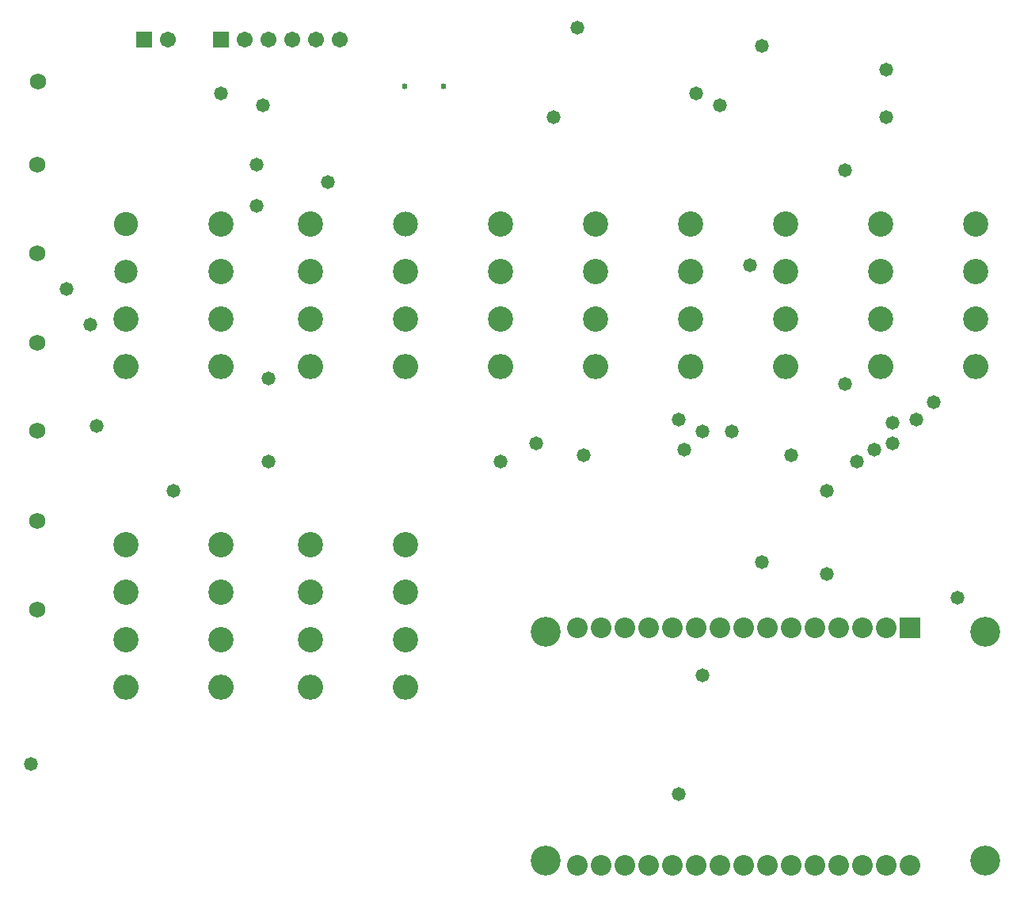
<source format=gbs>
G04*
G04 #@! TF.GenerationSoftware,Altium Limited,Altium Designer,20.0.2 (26)*
G04*
G04 Layer_Color=16711935*
%FSLAX44Y44*%
%MOMM*%
G71*
G01*
G75*
%ADD36C,1.7272*%
%ADD37C,1.7032*%
%ADD38R,1.7032X1.7032*%
%ADD39C,2.6524*%
%ADD40C,2.7032*%
%ADD41O,2.7032X2.7032*%
%ADD42C,2.7032*%
%ADD43C,2.5762*%
%ADD44C,2.5000*%
%ADD45R,2.2032X2.2032*%
%ADD46C,2.2032*%
%ADD47C,3.2032*%
%ADD48C,0.6238*%
%ADD49C,1.4732*%
D36*
X1466850Y1612900D02*
D03*
X1468120Y1701800D02*
D03*
X1466850Y1517650D02*
D03*
Y1422400D02*
D03*
Y1231900D02*
D03*
Y1328420D02*
D03*
Y1136650D02*
D03*
D37*
X1790700Y1746250D02*
D03*
X1765300D02*
D03*
X1739900D02*
D03*
X1714500D02*
D03*
X1689100D02*
D03*
X1606550D02*
D03*
D38*
X1663700D02*
D03*
X1581150D02*
D03*
D39*
X1860550Y1549400D02*
D03*
D40*
X2470150D02*
D03*
Y1498600D02*
D03*
Y1447800D02*
D03*
X2368550Y1549400D02*
D03*
Y1498600D02*
D03*
Y1447800D02*
D03*
X2266950Y1549400D02*
D03*
Y1498600D02*
D03*
Y1447800D02*
D03*
X2165350Y1549400D02*
D03*
Y1498600D02*
D03*
Y1447800D02*
D03*
X2063750Y1549400D02*
D03*
Y1498600D02*
D03*
Y1447800D02*
D03*
X1962150Y1549400D02*
D03*
Y1498600D02*
D03*
Y1447800D02*
D03*
X1562100Y1206500D02*
D03*
Y1155700D02*
D03*
Y1104900D02*
D03*
X1663700Y1206500D02*
D03*
Y1155700D02*
D03*
Y1104900D02*
D03*
X1758950Y1206500D02*
D03*
Y1155700D02*
D03*
Y1104900D02*
D03*
X1860550Y1447800D02*
D03*
X1758950Y1549400D02*
D03*
Y1498600D02*
D03*
Y1447800D02*
D03*
X1663700Y1549400D02*
D03*
Y1498600D02*
D03*
Y1447800D02*
D03*
X1562100D02*
D03*
X1860550Y1206500D02*
D03*
Y1155700D02*
D03*
Y1104900D02*
D03*
D41*
X2470150Y1397000D02*
D03*
X2368550D02*
D03*
X2266950D02*
D03*
X2165350D02*
D03*
X2063750D02*
D03*
X1962150D02*
D03*
X1562100Y1054100D02*
D03*
X1663700D02*
D03*
X1758950D02*
D03*
X1860550Y1397000D02*
D03*
X1758950D02*
D03*
X1663700D02*
D03*
X1562100D02*
D03*
X1860550Y1054100D02*
D03*
D42*
Y1498600D02*
D03*
D43*
X1562100Y1549400D02*
D03*
D44*
Y1498600D02*
D03*
D45*
X2400300Y1117600D02*
D03*
D46*
X2374900D02*
D03*
X2349500D02*
D03*
X2324100D02*
D03*
X2298700D02*
D03*
X2273300D02*
D03*
X2247900D02*
D03*
X2222500D02*
D03*
X2197100D02*
D03*
X2171700D02*
D03*
X2146300D02*
D03*
X2120900D02*
D03*
X2095500D02*
D03*
X2070100D02*
D03*
X2044700D02*
D03*
X2400300Y863600D02*
D03*
X2374900D02*
D03*
X2349500D02*
D03*
X2324100D02*
D03*
X2298700D02*
D03*
X2273300D02*
D03*
X2247900D02*
D03*
X2222500D02*
D03*
X2197100D02*
D03*
X2171700D02*
D03*
X2146300D02*
D03*
X2120900D02*
D03*
X2095500D02*
D03*
X2070100D02*
D03*
X2044700D02*
D03*
D47*
X2010400Y1113400D02*
D03*
Y868300D02*
D03*
X2479900D02*
D03*
Y1113400D02*
D03*
D48*
X1901050Y1696350D02*
D03*
X1859550D02*
D03*
D49*
X2152650Y939800D02*
D03*
X2178050Y1066800D02*
D03*
X2451100Y1149350D02*
D03*
X2241550Y1187450D02*
D03*
X2311400Y1174750D02*
D03*
X2273300Y1301750D02*
D03*
X2381250Y1314450D02*
D03*
X2362200Y1308100D02*
D03*
X2343150Y1295400D02*
D03*
X2311400Y1263650D02*
D03*
X2152650Y1339850D02*
D03*
X2178050Y1327150D02*
D03*
X2159000Y1308100D02*
D03*
X1962150Y1295400D02*
D03*
X2228850Y1504950D02*
D03*
X2381250Y1336675D02*
D03*
X2330450Y1377950D02*
D03*
Y1606550D02*
D03*
X2406650Y1339850D02*
D03*
X2425700Y1358900D02*
D03*
X2209800Y1327150D02*
D03*
X1714500Y1295400D02*
D03*
X1701800Y1568450D02*
D03*
X1714500Y1384300D02*
D03*
X1701800Y1612900D02*
D03*
X1708150Y1676400D02*
D03*
X1663700Y1689100D02*
D03*
X1778000Y1593850D02*
D03*
X1530350Y1333500D02*
D03*
X1524000Y1441450D02*
D03*
X1498600Y1479550D02*
D03*
X2171700Y1689100D02*
D03*
X2374900Y1663700D02*
D03*
Y1714500D02*
D03*
X2019300Y1663700D02*
D03*
X2241550Y1739900D02*
D03*
X2044700Y1758950D02*
D03*
X2197100Y1676400D02*
D03*
X2051050Y1301750D02*
D03*
X2000250Y1314450D02*
D03*
X1612900Y1263650D02*
D03*
X1460500Y971550D02*
D03*
M02*

</source>
